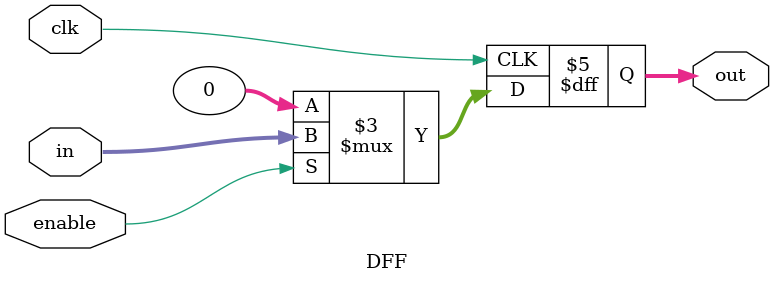
<source format=v>

`timescale 1ns/1ps
module DFF 
#( parameter width = 32 )(
    input clk,
    input enable,
    input      [width-1:0] in,
    output reg [width-1:0] out
);
    always @(posedge clk) begin
        if(enable) begin
            out <= in;
        end
        else begin
            out <= 0;
        end
    end
endmodule
</source>
